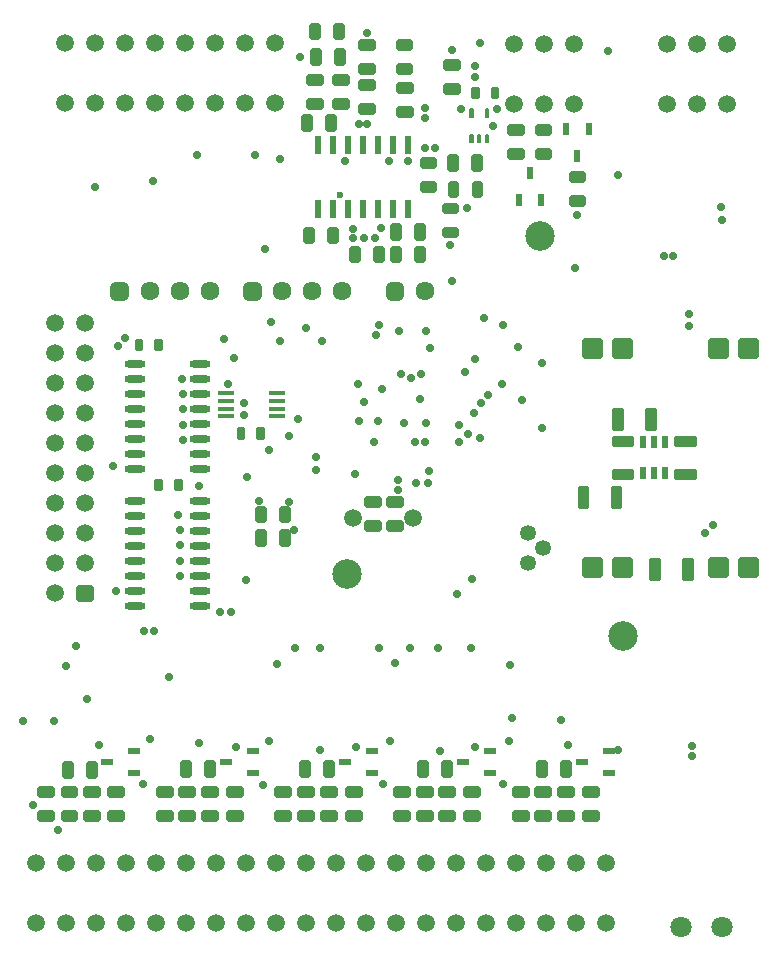
<source format=gbs>
G04 Generated by Ultiboard 14.1 *
%FSLAX25Y25*%
%MOIN*%

%ADD10C,0.00001*%
%ADD11C,0.07087*%
%ADD12R,0.05118X0.05118*%
%ADD13C,0.01969*%
%ADD14R,0.02362X0.03937*%
%ADD15R,0.02362X0.06102*%
%ADD16C,0.05315*%
%ADD17C,0.02756*%
%ADD18R,0.03937X0.01969*%
%ADD19R,0.02083X0.02083*%
%ADD20C,0.03917*%
%ADD21C,0.06334*%
%ADD22R,0.01969X0.03937*%
%ADD23R,0.02251X0.05834*%
%ADD24C,0.01666*%
%ADD25R,0.03937X0.02362*%
%ADD26R,0.02165X0.04331*%
%ADD27R,0.05834X0.02251*%
%ADD28C,0.05906*%
%ADD29O,0.07000X0.02400*%
%ADD30R,0.01575X0.02756*%
%ADD31C,0.01181*%
%ADD32R,0.03543X0.03543*%
%ADD33C,0.02362*%
%ADD34R,0.00787X0.02362*%
%ADD35C,0.00787*%
%ADD36R,0.05315X0.01575*%
%ADD37C,0.09843*%


G04 ColorRGB 9900CC for the following layer *
%LNSolder Mask Bottom*%
%LPD*%
G54D10*
G54D11*
X221890Y15283D03*
X235669Y15283D03*
G54D12*
X234484Y208378D03*
X244484Y208378D03*
X192406Y208378D03*
X202406Y208378D03*
X192406Y135307D03*
X202406Y135307D03*
X234484Y135307D03*
X244484Y135307D03*
G54D13*
X231925Y205819D02*
X237043Y205819D01*
X237043Y210937D01*
X231925Y210937D01*
X231925Y205819D01*D02*
X241925Y205819D02*
X247043Y205819D01*
X247043Y210937D01*
X241925Y210937D01*
X241925Y205819D01*D02*
X189847Y205819D02*
X194965Y205819D01*
X194965Y210937D01*
X189847Y210937D01*
X189847Y205819D01*D02*
X199847Y205819D02*
X204965Y205819D01*
X204965Y210937D01*
X199847Y210937D01*
X199847Y205819D01*D02*
X189847Y132748D02*
X194965Y132748D01*
X194965Y137866D01*
X189847Y137866D01*
X189847Y132748D01*D02*
X199847Y132748D02*
X204965Y132748D01*
X204965Y137866D01*
X199847Y137866D01*
X199847Y132748D01*D02*
X231925Y132748D02*
X237043Y132748D01*
X237043Y137866D01*
X231925Y137866D01*
X231925Y132748D01*D02*
X241925Y132748D02*
X247043Y132748D01*
X247043Y137866D01*
X241925Y137866D01*
X241925Y132748D01*D02*
X115205Y300433D02*
X119141Y300433D01*
X119141Y302401D01*
X115205Y302401D01*
X115205Y300433D01*D02*
X115205Y308433D02*
X119141Y308433D01*
X119141Y310401D01*
X115205Y310401D01*
X115205Y308433D01*D02*
X120465Y237646D02*
X122433Y237646D01*
X122433Y241582D01*
X120465Y241582D01*
X120465Y237646D01*D02*
X112465Y237646D02*
X114433Y237646D01*
X114433Y241582D01*
X112465Y241582D01*
X112465Y237646D01*D02*
X135851Y261063D02*
X139787Y261063D01*
X139787Y263031D01*
X135851Y263031D01*
X135851Y261063D01*D02*
X135851Y269063D02*
X139787Y269063D01*
X139787Y271031D01*
X135851Y271031D01*
X135851Y269063D01*D02*
X185504Y256591D02*
X189440Y256591D01*
X189440Y258559D01*
X185504Y258559D01*
X185504Y256591D01*D02*
X185504Y264591D02*
X189440Y264591D01*
X189440Y266559D01*
X185504Y266559D01*
X185504Y264591D01*D02*
X31776Y59488D02*
X35712Y59488D01*
X35712Y61456D01*
X31776Y61456D01*
X31776Y59488D01*D02*
X31776Y51488D02*
X35712Y51488D01*
X35712Y53456D01*
X31776Y53456D01*
X31776Y51488D01*D02*
X24654Y65819D02*
X26622Y65819D01*
X26622Y69755D01*
X24654Y69755D01*
X24654Y65819D01*D02*
X16654Y65819D02*
X18622Y65819D01*
X18622Y69755D01*
X16654Y69755D01*
X16654Y65819D01*D02*
X23725Y51425D02*
X27661Y51425D01*
X27661Y53393D01*
X23725Y53393D01*
X23725Y51425D01*D02*
X23725Y59425D02*
X27661Y59425D01*
X27661Y61393D01*
X23725Y61393D01*
X23725Y59425D01*D02*
X96843Y243945D02*
X98811Y243945D01*
X98811Y247881D01*
X96843Y247881D01*
X96843Y243945D01*D02*
X104843Y243945D02*
X106811Y243945D01*
X106811Y247881D01*
X104843Y247881D01*
X104843Y243945D01*D02*
X106638Y288843D02*
X110574Y288843D01*
X110574Y290811D01*
X106638Y290811D01*
X106638Y288843D01*D02*
X106638Y296843D02*
X110574Y296843D01*
X110574Y298811D01*
X106638Y298811D01*
X106638Y296843D01*D02*
X115205Y287079D02*
X119141Y287079D01*
X119141Y289047D01*
X115205Y289047D01*
X115205Y287079D01*D02*
X115205Y295079D02*
X119141Y295079D01*
X119141Y297047D01*
X115205Y297047D01*
X115205Y295079D01*D02*
X143662Y293819D02*
X147598Y293819D01*
X147598Y295787D01*
X143662Y295787D01*
X143662Y293819D01*D02*
X143662Y301819D02*
X147598Y301819D01*
X147598Y303787D01*
X143662Y303787D01*
X143662Y301819D01*D02*
X127804Y308370D02*
X131740Y308370D01*
X131740Y310338D01*
X127804Y310338D01*
X127804Y308370D01*D02*
X127804Y300370D02*
X131740Y300370D01*
X131740Y302338D01*
X127804Y302338D01*
X127804Y300370D01*D02*
X110894Y59488D02*
X114830Y59488D01*
X114830Y61456D01*
X110894Y61456D01*
X110894Y59488D01*D02*
X110894Y51488D02*
X114830Y51488D01*
X114830Y53456D01*
X110894Y53456D01*
X110894Y51488D01*D02*
X102571Y59370D02*
X106507Y59370D01*
X106507Y61338D01*
X102571Y61338D01*
X102571Y59370D01*D02*
X102571Y51370D02*
X106507Y51370D01*
X106507Y53338D01*
X102571Y53338D01*
X102571Y51370D01*D02*
X95012Y51370D02*
X98948Y51370D01*
X98948Y53338D01*
X95012Y53338D01*
X95012Y51370D01*D02*
X95012Y59370D02*
X98948Y59370D01*
X98948Y61338D01*
X95012Y61338D01*
X95012Y59370D01*D02*
X87453Y51370D02*
X91389Y51370D01*
X91389Y53338D01*
X87453Y53338D01*
X87453Y51370D01*D02*
X87453Y59370D02*
X91389Y59370D01*
X91389Y61338D01*
X87453Y61338D01*
X87453Y59370D01*D02*
X142130Y59370D02*
X146066Y59370D01*
X146066Y61338D01*
X142130Y61338D01*
X142130Y59370D01*D02*
X142130Y51370D02*
X146066Y51370D01*
X146066Y53338D01*
X142130Y53338D01*
X142130Y51370D01*D02*
X134571Y51370D02*
X138507Y51370D01*
X138507Y53338D01*
X134571Y53338D01*
X134571Y51370D01*D02*
X134571Y59370D02*
X138507Y59370D01*
X138507Y61338D01*
X134571Y61338D01*
X134571Y59370D01*D02*
X127012Y59370D02*
X130948Y59370D01*
X130948Y61338D01*
X127012Y61338D01*
X127012Y59370D01*D02*
X127012Y51370D02*
X130948Y51370D01*
X130948Y53338D01*
X127012Y53338D01*
X127012Y51370D01*D02*
X150453Y51488D02*
X154389Y51488D01*
X154389Y53456D01*
X150453Y53456D01*
X150453Y51488D01*D02*
X150453Y59488D02*
X154389Y59488D01*
X154389Y61456D01*
X150453Y61456D01*
X150453Y59488D01*D02*
X71335Y59488D02*
X75271Y59488D01*
X75271Y61456D01*
X71335Y61456D01*
X71335Y59488D01*D02*
X71335Y51488D02*
X75271Y51488D01*
X75271Y53456D01*
X71335Y53456D01*
X71335Y51488D01*D02*
X63012Y59370D02*
X66948Y59370D01*
X66948Y61338D01*
X63012Y61338D01*
X63012Y59370D01*D02*
X63012Y51370D02*
X66948Y51370D01*
X66948Y53338D01*
X63012Y53338D01*
X63012Y51370D01*D02*
X55453Y59370D02*
X59389Y59370D01*
X59389Y61338D01*
X55453Y61338D01*
X55453Y59370D01*D02*
X55453Y51370D02*
X59389Y51370D01*
X59389Y53338D01*
X55453Y53338D01*
X55453Y51370D01*D02*
X181689Y51370D02*
X185625Y51370D01*
X185625Y53338D01*
X181689Y53338D01*
X181689Y51370D01*D02*
X181689Y59370D02*
X185625Y59370D01*
X185625Y61338D01*
X181689Y61338D01*
X181689Y59370D01*D02*
X174130Y59370D02*
X178066Y59370D01*
X178066Y61338D01*
X174130Y61338D01*
X174130Y59370D01*D02*
X174130Y51370D02*
X178066Y51370D01*
X178066Y53338D01*
X174130Y53338D01*
X174130Y51370D01*D02*
X166571Y51370D02*
X170507Y51370D01*
X170507Y53338D01*
X166571Y53338D01*
X166571Y51370D01*D02*
X166571Y59370D02*
X170507Y59370D01*
X170507Y61338D01*
X166571Y61338D01*
X166571Y59370D01*D02*
X190012Y59488D02*
X193948Y59488D01*
X193948Y61456D01*
X190012Y61456D01*
X190012Y59488D01*D02*
X190012Y51488D02*
X193948Y51488D01*
X193948Y53456D01*
X190012Y53456D01*
X190012Y51488D01*D02*
X126008Y245221D02*
X127976Y245221D01*
X127976Y249157D01*
X126008Y249157D01*
X126008Y245221D01*D02*
X134008Y245221D02*
X135976Y245221D01*
X135976Y249157D01*
X134008Y249157D01*
X134008Y245221D01*D02*
X126008Y237662D02*
X127976Y237662D01*
X127976Y241598D01*
X126008Y241598D01*
X126008Y237662D01*D02*
X134008Y237662D02*
X135976Y237662D01*
X135976Y241598D01*
X134008Y241598D01*
X134008Y237662D01*D02*
X143158Y245945D02*
X147094Y245945D01*
X147094Y247913D01*
X143158Y247913D01*
X143158Y245945D01*D02*
X143158Y253945D02*
X147094Y253945D01*
X147094Y255913D01*
X143158Y255913D01*
X143158Y253945D01*D02*
X153158Y259331D02*
X155126Y259331D01*
X155126Y263267D01*
X153158Y263267D01*
X153158Y259331D01*D02*
X145158Y259331D02*
X147126Y259331D01*
X147126Y263267D01*
X145158Y263267D01*
X145158Y259331D01*D02*
X144969Y268134D02*
X146937Y268134D01*
X146937Y272070D01*
X144969Y272070D01*
X144969Y268134D01*D02*
X152969Y268134D02*
X154937Y268134D01*
X154937Y272070D01*
X152969Y272070D01*
X152969Y268134D01*D02*
X165079Y280150D02*
X169015Y280150D01*
X169015Y282118D01*
X165079Y282118D01*
X165079Y280150D01*D02*
X165079Y272150D02*
X169015Y272150D01*
X169015Y274118D01*
X165079Y274118D01*
X165079Y272150D01*D02*
X174166Y280213D02*
X178102Y280213D01*
X178102Y282181D01*
X174166Y282181D01*
X174166Y280213D01*D02*
X174166Y272213D02*
X178102Y272213D01*
X178102Y274181D01*
X174166Y274181D01*
X174166Y272213D01*D02*
X174638Y66016D02*
X176606Y66016D01*
X176606Y69952D01*
X174638Y69952D01*
X174638Y66016D01*D02*
X182638Y66016D02*
X184606Y66016D01*
X184606Y69952D01*
X182638Y69952D01*
X182638Y66016D01*D02*
X104339Y281504D02*
X106307Y281504D01*
X106307Y285440D01*
X104339Y285440D01*
X104339Y281504D01*D02*
X96339Y281504D02*
X98307Y281504D01*
X98307Y285440D01*
X96339Y285440D01*
X96339Y281504D01*D02*
X98056Y288780D02*
X101992Y288780D01*
X101992Y290748D01*
X98056Y290748D01*
X98056Y288780D01*D02*
X98056Y296780D02*
X101992Y296780D01*
X101992Y298748D01*
X98056Y298748D01*
X98056Y296780D01*D02*
X107299Y303426D02*
X109267Y303426D01*
X109267Y307362D01*
X107299Y307362D01*
X107299Y303426D01*D02*
X99299Y303426D02*
X101267Y303426D01*
X101267Y307362D01*
X99299Y307362D01*
X99299Y303426D01*D02*
X80906Y143174D02*
X82874Y143174D01*
X82874Y147110D01*
X80906Y147110D01*
X80906Y143174D01*D02*
X88906Y143174D02*
X90874Y143174D01*
X90874Y147110D01*
X88906Y147110D01*
X88906Y143174D01*D02*
X88906Y150985D02*
X90874Y150985D01*
X90874Y154921D01*
X88906Y154921D01*
X88906Y150985D01*D02*
X80906Y150985D02*
X82874Y150985D01*
X82874Y154921D01*
X80906Y154921D01*
X80906Y150985D01*D02*
X99110Y311977D02*
X101078Y311977D01*
X101078Y315913D01*
X99110Y315913D01*
X99110Y311977D01*D02*
X107110Y311977D02*
X109078Y311977D01*
X109078Y315913D01*
X107110Y315913D01*
X107110Y311977D01*D02*
X55961Y66016D02*
X57929Y66016D01*
X57929Y69952D01*
X55961Y69952D01*
X55961Y66016D01*D02*
X63961Y66016D02*
X65929Y66016D01*
X65929Y69952D01*
X63961Y69952D01*
X63961Y66016D01*D02*
X95520Y66016D02*
X97488Y66016D01*
X97488Y69952D01*
X95520Y69952D01*
X95520Y66016D01*D02*
X103520Y66016D02*
X105488Y66016D01*
X105488Y69952D01*
X103520Y69952D01*
X103520Y66016D01*D02*
X143079Y66016D02*
X145047Y66016D01*
X145047Y69952D01*
X143079Y69952D01*
X143079Y66016D01*D02*
X135079Y66016D02*
X137047Y66016D01*
X137047Y69952D01*
X135079Y69952D01*
X135079Y66016D01*D02*
X117205Y156126D02*
X121141Y156126D01*
X121141Y158094D01*
X117205Y158094D01*
X117205Y156126D01*D02*
X117205Y148126D02*
X121141Y148126D01*
X121141Y150094D01*
X117205Y150094D01*
X117205Y148126D01*D02*
X124764Y156126D02*
X128700Y156126D01*
X128700Y158094D01*
X124764Y158094D01*
X124764Y156126D01*D02*
X124764Y148126D02*
X128700Y148126D01*
X128700Y150094D01*
X124764Y150094D01*
X124764Y148126D01*D02*
X128040Y286260D02*
X131976Y286260D01*
X131976Y288228D01*
X128040Y288228D01*
X128040Y286260D01*D02*
X128040Y294260D02*
X131976Y294260D01*
X131976Y296228D01*
X128040Y296228D01*
X128040Y294260D01*D02*
X16182Y51488D02*
X20118Y51488D01*
X20118Y53456D01*
X16182Y53456D01*
X16182Y51488D01*D02*
X16182Y59488D02*
X20118Y59488D01*
X20118Y61456D01*
X16182Y61456D01*
X16182Y59488D01*D02*
X8371Y51488D02*
X12307Y51488D01*
X12307Y53456D01*
X8371Y53456D01*
X8371Y51488D01*D02*
X8371Y59488D02*
X12307Y59488D01*
X12307Y61456D01*
X8371Y61456D01*
X8371Y59488D01*D02*
X47894Y51370D02*
X51830Y51370D01*
X51830Y53338D01*
X47894Y53338D01*
X47894Y51370D01*D02*
X47894Y59370D02*
X51830Y59370D01*
X51830Y61338D01*
X47894Y61338D01*
X47894Y59370D01*D02*
G54D14*
X187465Y272386D03*
X183724Y281441D03*
X191205Y281441D03*
X175331Y257772D03*
X167850Y257772D03*
X171591Y266827D03*
G54D15*
X100844Y254941D03*
X105844Y254941D03*
X115844Y254941D03*
X110844Y254941D03*
X120844Y254941D03*
X125844Y254941D03*
X130844Y254941D03*
X100844Y276201D03*
X105844Y276201D03*
X115844Y276201D03*
X110844Y276201D03*
X120844Y276201D03*
X125844Y276201D03*
X130844Y276201D03*
G54D16*
X171087Y146898D03*
X171087Y136898D03*
X176087Y141898D03*
G54D17*
X145630Y307898D03*
X130844Y270939D03*
X124472Y270866D03*
X154961Y310173D03*
X153449Y298835D03*
X235591Y251213D03*
X60724Y272630D03*
X200819Y266079D03*
X114646Y283213D03*
X230047Y146898D03*
X224756Y219717D03*
X94992Y305386D03*
X81193Y157287D03*
X91213Y157228D03*
X92976Y147906D03*
X43087Y114142D03*
X145126Y242654D03*
X137071Y214173D03*
X128000Y214173D03*
X156220Y218457D03*
X83150Y241386D03*
X114394Y196535D03*
X122457Y194772D03*
X69795Y211402D03*
X167559Y208630D03*
X162772Y216189D03*
X84661Y174362D03*
X100283Y167811D03*
X77354Y165543D03*
X94236Y184693D03*
X168819Y191244D03*
X20157Y109102D03*
X76850Y131024D03*
X27969Y76094D03*
X127748Y164535D03*
X153449Y75591D03*
X113638Y75591D03*
X73575Y75339D03*
X201071Y74331D03*
X113386Y166551D03*
X51449Y98724D03*
X61228Y76850D03*
X137827Y167307D03*
X184189Y76094D03*
X137124Y183486D03*
X154961Y178394D03*
X126740Y103559D03*
X97008Y215181D03*
X85417Y217197D03*
X186709Y235087D03*
X147150Y126488D03*
X152189Y131528D03*
X2520Y84157D03*
X162772Y62992D03*
X42583Y62992D03*
X82646Y62740D03*
X122709Y62992D03*
X133543Y163528D03*
X137575Y163528D03*
X87181Y103055D03*
X147906Y177134D03*
X150929Y179906D03*
X147906Y182677D03*
X101795Y74583D03*
X152945Y186709D03*
X165039Y102803D03*
X155213Y189984D03*
X157732Y192756D03*
X119685Y177134D03*
X91213Y179150D03*
X138331Y208378D03*
X117165Y313449D03*
X121449Y216189D03*
X120189Y212913D03*
X187213Y252724D03*
X148661Y288252D03*
X219465Y239118D03*
X216189Y239118D03*
X224756Y215937D03*
X46362Y114142D03*
X34268Y209134D03*
X36535Y211906D03*
X70803Y196283D03*
X117417Y283213D03*
X232567Y149417D03*
X112630Y248189D03*
X112630Y245165D03*
X145638Y230803D03*
X135307Y199811D03*
X132031Y198551D03*
X76346Y185953D03*
X128756Y199811D03*
X54929Y147654D03*
X54929Y142614D03*
X54929Y137575D03*
X54929Y132535D03*
X61228Y162520D03*
X32756Y169071D03*
X33764Y127496D03*
X76346Y190236D03*
X54425Y152693D03*
X55685Y198047D03*
X110110Y270866D03*
X80126Y272882D03*
X121953Y248441D03*
X150677Y254992D03*
X45858Y264063D03*
X26709Y262047D03*
X55937Y193008D03*
X55937Y187969D03*
X55937Y182929D03*
X55937Y177890D03*
X13102Y84157D03*
X17134Y102299D03*
X197795Y307402D03*
X141606Y74079D03*
X133291Y177134D03*
X127748Y161260D03*
X136567Y177134D03*
X129764Y183433D03*
X135055Y191496D03*
X120945Y184189D03*
X149921Y200315D03*
X114646Y184189D03*
X162268Y196535D03*
X71811Y120441D03*
X68283Y120441D03*
X175622Y181921D03*
X102299Y210898D03*
X175622Y203339D03*
X100283Y172094D03*
X88441Y210898D03*
X72819Y205102D03*
X235339Y255496D03*
X23937Y91465D03*
X225512Y72315D03*
X225512Y75843D03*
X119937Y245165D03*
X116409Y245165D03*
X136567Y275150D03*
X140094Y275150D03*
X136567Y285228D03*
X136567Y288504D03*
X153449Y302362D03*
X88441Y271370D03*
X181921Y84409D03*
X14362Y47874D03*
X165795Y85165D03*
X93228Y108598D03*
X101543Y108598D03*
X121197Y108598D03*
X131528Y108598D03*
X140850Y108598D03*
X151937Y108598D03*
X164535Y77606D03*
X6047Y56189D03*
X84661Y77606D03*
X124976Y77606D03*
X45102Y78110D03*
X116409Y190488D03*
X153197Y204850D03*
X159244Y282457D03*
X160504Y288252D03*
G54D18*
X117173Y301417D03*
X117173Y309417D03*
X137819Y262047D03*
X137819Y270047D03*
X187472Y257575D03*
X187472Y265575D03*
X33744Y60472D03*
X33744Y52472D03*
X25693Y52409D03*
X25693Y60409D03*
X108606Y289827D03*
X108606Y297827D03*
X117173Y288063D03*
X117173Y296063D03*
X145630Y294803D03*
X145630Y302803D03*
X129772Y309354D03*
X129772Y301354D03*
X112862Y60472D03*
X112862Y52472D03*
X104539Y60354D03*
X104539Y52354D03*
X96980Y52354D03*
X96980Y60354D03*
X89421Y52354D03*
X89421Y60354D03*
X144098Y60354D03*
X144098Y52354D03*
X136539Y52354D03*
X136539Y60354D03*
X128980Y60354D03*
X128980Y52354D03*
X152421Y52472D03*
X152421Y60472D03*
X73303Y60472D03*
X73303Y52472D03*
X64980Y60354D03*
X64980Y52354D03*
X57421Y60354D03*
X57421Y52354D03*
X183657Y52354D03*
X183657Y60354D03*
X176098Y60354D03*
X176098Y52354D03*
X168539Y52354D03*
X168539Y60354D03*
X191980Y60472D03*
X191980Y52472D03*
X145126Y246929D03*
X145126Y254929D03*
X167047Y281134D03*
X167047Y273134D03*
X176134Y281197D03*
X176134Y273197D03*
X100024Y289764D03*
X100024Y297764D03*
X119173Y157110D03*
X119173Y149110D03*
X126732Y157110D03*
X126732Y149110D03*
X130008Y287244D03*
X130008Y295244D03*
X18150Y52472D03*
X18150Y60472D03*
X10339Y52472D03*
X10339Y60472D03*
X49862Y52354D03*
X49862Y60354D03*
G54D19*
X126740Y227276D03*
X34826Y227276D03*
X79118Y227276D03*
G54D20*
X125699Y226235D02*
X127781Y226235D01*
X127781Y228317D01*
X125699Y228317D01*
X125699Y226235D01*D02*
X33785Y226235D02*
X35867Y226235D01*
X35867Y228317D01*
X33785Y228317D01*
X33785Y226235D01*D02*
X78077Y226235D02*
X80159Y226235D01*
X80159Y228317D01*
X78077Y228317D01*
X78077Y226235D01*D02*
G54D21*
X136740Y227276D03*
X44826Y227276D03*
X54826Y227276D03*
X64826Y227276D03*
X99118Y227276D03*
X89118Y227276D03*
X109118Y227276D03*
G54D22*
X121449Y239614D03*
X113449Y239614D03*
X25638Y67787D03*
X17638Y67787D03*
X97827Y245913D03*
X105827Y245913D03*
X126992Y247189D03*
X134992Y247189D03*
X126992Y239630D03*
X134992Y239630D03*
X154142Y261299D03*
X146142Y261299D03*
X145953Y270102D03*
X153953Y270102D03*
X175622Y67984D03*
X183622Y67984D03*
X105323Y283472D03*
X97323Y283472D03*
X108283Y305394D03*
X100283Y305394D03*
X81890Y145142D03*
X89890Y145142D03*
X89890Y152953D03*
X81890Y152953D03*
X100094Y313945D03*
X108094Y313945D03*
X56945Y67984D03*
X64945Y67984D03*
X96504Y67984D03*
X104504Y67984D03*
X144063Y67984D03*
X136063Y67984D03*
G54D23*
X224209Y134803D03*
X213209Y134803D03*
X200725Y184830D03*
X211725Y184830D03*
X200272Y158740D03*
X189272Y158740D03*
G54D24*
X223084Y131886D02*
X225334Y131886D01*
X225334Y137720D01*
X223084Y137720D01*
X223084Y131886D01*D02*
X212084Y131886D02*
X214334Y131886D01*
X214334Y137720D01*
X212084Y137720D01*
X212084Y131886D01*D02*
X199600Y181913D02*
X201850Y181913D01*
X201850Y187747D01*
X199600Y187747D01*
X199600Y181913D01*D02*
X210600Y181913D02*
X212850Y181913D01*
X212850Y187747D01*
X210600Y187747D01*
X210600Y181913D01*D02*
X220442Y176355D02*
X226276Y176355D01*
X226276Y178605D01*
X220442Y178605D01*
X220442Y176355D01*D02*
X220442Y165355D02*
X226276Y165355D01*
X226276Y167605D01*
X220442Y167605D01*
X220442Y165355D01*D02*
X199147Y155823D02*
X201397Y155823D01*
X201397Y161657D01*
X199147Y161657D01*
X199147Y155823D01*D02*
X188147Y155823D02*
X190397Y155823D01*
X190397Y161657D01*
X188147Y161657D01*
X188147Y155823D01*D02*
X199528Y165355D02*
X205362Y165355D01*
X205362Y167605D01*
X199528Y167605D01*
X199528Y165355D01*D02*
X199528Y176355D02*
X205362Y176355D01*
X205362Y178605D01*
X199528Y178605D01*
X199528Y176355D01*D02*
G54D25*
X30728Y70496D03*
X39783Y66756D03*
X39783Y74236D03*
X118902Y74236D03*
X118902Y66756D03*
X109846Y70496D03*
X158461Y66756D03*
X158461Y74236D03*
X149406Y70496D03*
X70287Y70496D03*
X79343Y66756D03*
X79343Y74236D03*
X198020Y74236D03*
X198020Y66756D03*
X188965Y70496D03*
G54D26*
X212902Y166736D03*
X209162Y166736D03*
X216642Y166736D03*
X212902Y176972D03*
X209162Y176972D03*
X216642Y176972D03*
G54D27*
X223359Y177480D03*
X223359Y166480D03*
X202445Y166480D03*
X202445Y177480D03*
G54D28*
X7087Y16888D03*
X17087Y16888D03*
X27087Y16888D03*
X37087Y16888D03*
X47087Y16888D03*
X57087Y16888D03*
X67087Y16888D03*
X77087Y16888D03*
X87087Y16888D03*
X97087Y16888D03*
X117087Y16888D03*
X107087Y16888D03*
X127087Y16888D03*
X137087Y16888D03*
X147087Y16888D03*
X157087Y16888D03*
X167087Y16888D03*
X177087Y16888D03*
X187087Y16888D03*
X197087Y16888D03*
X7087Y36888D03*
X17087Y36888D03*
X27087Y36888D03*
X37087Y36888D03*
X47087Y36888D03*
X57087Y36888D03*
X67087Y36888D03*
X77087Y36888D03*
X87087Y36888D03*
X97087Y36888D03*
X107087Y36888D03*
X117087Y36888D03*
X127087Y36888D03*
X137087Y36888D03*
X147087Y36888D03*
X157087Y36888D03*
X167087Y36888D03*
X177087Y36888D03*
X187087Y36888D03*
X197087Y36888D03*
X186320Y309773D03*
X176320Y309773D03*
X166320Y309773D03*
X186320Y289773D03*
X176320Y289773D03*
X166320Y289773D03*
X86694Y310003D03*
X76703Y310003D03*
X66712Y310003D03*
X56721Y309964D03*
X36740Y309964D03*
X46731Y309964D03*
X26749Y309964D03*
X16758Y309964D03*
X86694Y290003D03*
X76703Y290003D03*
X66712Y290003D03*
X56721Y289964D03*
X46731Y289964D03*
X36740Y289964D03*
X26749Y289964D03*
X16758Y289964D03*
X237316Y309773D03*
X227316Y309773D03*
X217316Y309773D03*
X237316Y289773D03*
X227316Y289773D03*
X217316Y289773D03*
X13181Y126740D03*
X13181Y136740D03*
X23181Y136740D03*
X13181Y146740D03*
X23181Y146740D03*
X13181Y156740D03*
X23181Y156740D03*
X13181Y166740D03*
X23181Y166740D03*
X13181Y176740D03*
X23181Y176740D03*
X13181Y186740D03*
X23181Y186740D03*
X13181Y196740D03*
X23181Y196740D03*
X13181Y206740D03*
X23181Y206740D03*
X13181Y216740D03*
X23181Y216740D03*
X132787Y151685D03*
X112787Y151685D03*
G54D29*
X39812Y122594D03*
X61479Y122594D03*
X39812Y127594D03*
X61479Y127594D03*
X39812Y132594D03*
X39812Y137594D03*
X61479Y132594D03*
X61479Y137594D03*
X39812Y142594D03*
X61479Y142594D03*
X39812Y147594D03*
X39812Y152594D03*
X61479Y147594D03*
X61479Y152594D03*
X39812Y157594D03*
X61479Y157594D03*
X40064Y167949D03*
X61731Y167949D03*
X40064Y172949D03*
X61731Y172949D03*
X40064Y177949D03*
X40064Y182949D03*
X61731Y177949D03*
X61731Y182949D03*
X40064Y187949D03*
X40064Y192949D03*
X61731Y192949D03*
X61731Y187949D03*
X40064Y197949D03*
X61731Y197949D03*
X40064Y202949D03*
X61731Y202949D03*
G54D30*
X47874Y162799D03*
X54425Y162799D03*
X75337Y179904D03*
X81888Y179904D03*
X47874Y209386D03*
X41323Y209386D03*
X153449Y293543D03*
X160000Y293543D03*
G54D31*
X47087Y161421D02*
X48661Y161421D01*
X48661Y164177D01*
X47087Y164177D01*
X47087Y161421D01*D02*
X53638Y161421D02*
X55212Y161421D01*
X55212Y164177D01*
X53638Y164177D01*
X53638Y161421D01*D02*
X74550Y178526D02*
X76124Y178526D01*
X76124Y181282D01*
X74550Y181282D01*
X74550Y178526D01*D02*
X81101Y178526D02*
X82675Y178526D01*
X82675Y181282D01*
X81101Y181282D01*
X81101Y178526D01*D02*
X47087Y208008D02*
X48661Y208008D01*
X48661Y210764D01*
X47087Y210764D01*
X47087Y208008D01*D02*
X40536Y208008D02*
X42110Y208008D01*
X42110Y210764D01*
X40536Y210764D01*
X40536Y208008D01*D02*
X152662Y292165D02*
X154236Y292165D01*
X154236Y294921D01*
X152662Y294921D01*
X152662Y292165D01*D02*
X159213Y292165D02*
X160787Y292165D01*
X160787Y294921D01*
X159213Y294921D01*
X159213Y292165D01*D02*
G54D32*
X23181Y126740D03*
G54D33*
X21410Y124969D02*
X24952Y124969D01*
X24952Y128511D01*
X21410Y128511D01*
X21410Y124969D01*D02*
X108346Y259528D03*
G54D34*
X157268Y278126D03*
X154709Y278126D03*
X152150Y278126D03*
X157268Y286787D03*
X152150Y286787D03*
G54D35*
X156875Y276945D02*
X157661Y276945D01*
X157661Y279307D01*
X156875Y279307D01*
X156875Y276945D01*D02*
X154316Y276945D02*
X155102Y276945D01*
X155102Y279307D01*
X154316Y279307D01*
X154316Y276945D01*D02*
X151757Y276945D02*
X152543Y276945D01*
X152543Y279307D01*
X151757Y279307D01*
X151757Y276945D01*D02*
X156875Y285606D02*
X157661Y285606D01*
X157661Y287968D01*
X156875Y287968D01*
X156875Y285606D01*D02*
X151757Y285606D02*
X152543Y285606D01*
X152543Y287968D01*
X151757Y287968D01*
X151757Y285606D01*D02*
G54D36*
X70356Y188199D03*
X70356Y185640D03*
X87285Y185640D03*
X87285Y188199D03*
X70356Y193317D03*
X70356Y190758D03*
X87285Y193317D03*
X87285Y190758D03*
G54D37*
X174866Y245921D03*
X110614Y133039D03*
X202583Y112378D03*

M02*

</source>
